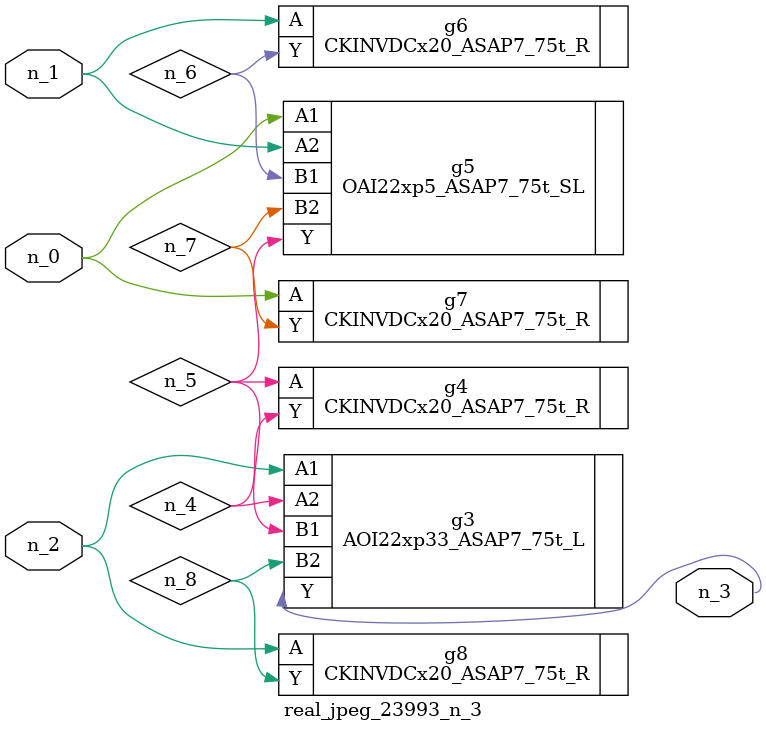
<source format=v>
module real_jpeg_23993_n_3 (n_1, n_0, n_2, n_3);

input n_1;
input n_0;
input n_2;

output n_3;

wire n_5;
wire n_4;
wire n_8;
wire n_6;
wire n_7;

OAI22xp5_ASAP7_75t_SL g5 ( 
.A1(n_0),
.A2(n_1),
.B1(n_6),
.B2(n_7),
.Y(n_5)
);

CKINVDCx20_ASAP7_75t_R g7 ( 
.A(n_0),
.Y(n_7)
);

CKINVDCx20_ASAP7_75t_R g6 ( 
.A(n_1),
.Y(n_6)
);

AOI22xp33_ASAP7_75t_L g3 ( 
.A1(n_2),
.A2(n_4),
.B1(n_5),
.B2(n_8),
.Y(n_3)
);

CKINVDCx20_ASAP7_75t_R g8 ( 
.A(n_2),
.Y(n_8)
);

CKINVDCx20_ASAP7_75t_R g4 ( 
.A(n_5),
.Y(n_4)
);


endmodule
</source>
